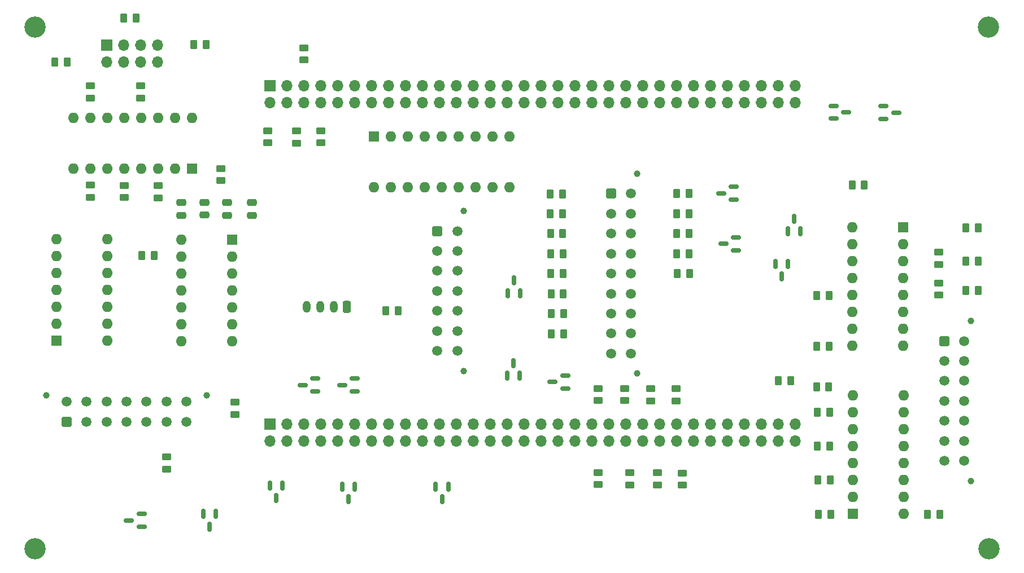
<source format=gbr>
%TF.GenerationSoftware,KiCad,Pcbnew,(6.0.9)*%
%TF.CreationDate,2022-12-05T20:20:54+01:00*%
%TF.ProjectId,projekt,70726f6a-656b-4742-9e6b-696361645f70,rev?*%
%TF.SameCoordinates,Original*%
%TF.FileFunction,Soldermask,Top*%
%TF.FilePolarity,Negative*%
%FSLAX46Y46*%
G04 Gerber Fmt 4.6, Leading zero omitted, Abs format (unit mm)*
G04 Created by KiCad (PCBNEW (6.0.9)) date 2022-12-05 20:20:54*
%MOMM*%
%LPD*%
G01*
G04 APERTURE LIST*
G04 Aperture macros list*
%AMRoundRect*
0 Rectangle with rounded corners*
0 $1 Rounding radius*
0 $2 $3 $4 $5 $6 $7 $8 $9 X,Y pos of 4 corners*
0 Add a 4 corners polygon primitive as box body*
4,1,4,$2,$3,$4,$5,$6,$7,$8,$9,$2,$3,0*
0 Add four circle primitives for the rounded corners*
1,1,$1+$1,$2,$3*
1,1,$1+$1,$4,$5*
1,1,$1+$1,$6,$7*
1,1,$1+$1,$8,$9*
0 Add four rect primitives between the rounded corners*
20,1,$1+$1,$2,$3,$4,$5,0*
20,1,$1+$1,$4,$5,$6,$7,0*
20,1,$1+$1,$6,$7,$8,$9,0*
20,1,$1+$1,$8,$9,$2,$3,0*%
G04 Aperture macros list end*
%ADD10RoundRect,0.250000X0.450000X-0.262500X0.450000X0.262500X-0.450000X0.262500X-0.450000X-0.262500X0*%
%ADD11RoundRect,0.250000X-0.262500X-0.450000X0.262500X-0.450000X0.262500X0.450000X-0.262500X0.450000X0*%
%ADD12RoundRect,0.250000X-0.450000X0.262500X-0.450000X-0.262500X0.450000X-0.262500X0.450000X0.262500X0*%
%ADD13RoundRect,0.150000X-0.587500X-0.150000X0.587500X-0.150000X0.587500X0.150000X-0.587500X0.150000X0*%
%ADD14RoundRect,0.150000X0.150000X-0.587500X0.150000X0.587500X-0.150000X0.587500X-0.150000X-0.587500X0*%
%ADD15RoundRect,0.250000X0.262500X0.450000X-0.262500X0.450000X-0.262500X-0.450000X0.262500X-0.450000X0*%
%ADD16C,3.200000*%
%ADD17RoundRect,0.150000X0.587500X0.150000X-0.587500X0.150000X-0.587500X-0.150000X0.587500X-0.150000X0*%
%ADD18RoundRect,0.150000X-0.150000X0.587500X-0.150000X-0.587500X0.150000X-0.587500X0.150000X0.587500X0*%
%ADD19R,1.700000X1.700000*%
%ADD20O,1.700000X1.700000*%
%ADD21RoundRect,0.250000X-0.475000X0.250000X-0.475000X-0.250000X0.475000X-0.250000X0.475000X0.250000X0*%
%ADD22RoundRect,0.250000X0.475000X-0.250000X0.475000X0.250000X-0.475000X0.250000X-0.475000X-0.250000X0*%
%ADD23R,1.600000X1.600000*%
%ADD24O,1.600000X1.600000*%
%ADD25RoundRect,0.250000X0.350000X0.650000X-0.350000X0.650000X-0.350000X-0.650000X0.350000X-0.650000X0*%
%ADD26O,1.200000X1.800000*%
%ADD27C,1.000000*%
%ADD28RoundRect,0.250001X-0.499999X0.499999X-0.499999X-0.499999X0.499999X-0.499999X0.499999X0.499999X0*%
%ADD29C,1.500000*%
%ADD30RoundRect,0.250001X-0.499999X-0.499999X0.499999X-0.499999X0.499999X0.499999X-0.499999X0.499999X0*%
G04 APERTURE END LIST*
D10*
%TO.C,R4*%
X111887000Y-79601700D03*
X111887000Y-77776700D03*
%TD*%
D11*
%TO.C,R15*%
X140794100Y-86410800D03*
X142619100Y-86410800D03*
%TD*%
%TO.C,R17*%
X100763700Y-48539400D03*
X102588700Y-48539400D03*
%TD*%
%TO.C,R23*%
X100941500Y-66522600D03*
X102766500Y-66522600D03*
%TD*%
D12*
%TO.C,R37*%
X31851600Y-47245900D03*
X31851600Y-49070900D03*
%TD*%
D11*
%TO.C,R14*%
X140895700Y-91541600D03*
X142720700Y-91541600D03*
%TD*%
%TO.C,R22*%
X100890700Y-63550800D03*
X102715700Y-63550800D03*
%TD*%
D12*
%TO.C,R28*%
X158978600Y-61952500D03*
X158978600Y-63777500D03*
%TD*%
D11*
%TO.C,R20*%
X100839900Y-57556400D03*
X102664900Y-57556400D03*
%TD*%
D12*
%TO.C,R45*%
X58394600Y-39092500D03*
X58394600Y-40917500D03*
%TD*%
D13*
%TO.C,D7*%
X150725900Y-35397400D03*
X150725900Y-37297400D03*
X152600900Y-36347400D03*
%TD*%
D12*
%TO.C,R35*%
X41986200Y-47347500D03*
X41986200Y-49172500D03*
%TD*%
%TO.C,R12*%
X31826200Y-32361500D03*
X31826200Y-34186500D03*
%TD*%
D14*
%TO.C,D10*%
X136387800Y-54201300D03*
X138287800Y-54201300D03*
X137337800Y-52326300D03*
%TD*%
D15*
%TO.C,R30*%
X159129100Y-96672400D03*
X157304100Y-96672400D03*
%TD*%
D12*
%TO.C,R7*%
X120573800Y-90451300D03*
X120573800Y-92276300D03*
%TD*%
D16*
%TO.C,REF1*%
X23545800Y-101828600D03*
%TD*%
D15*
%TO.C,R46*%
X142542900Y-63804800D03*
X140717900Y-63804800D03*
%TD*%
D17*
%TO.C,D11*%
X128597900Y-57007800D03*
X128597900Y-55107800D03*
X126722900Y-56057800D03*
%TD*%
D11*
%TO.C,R11*%
X140692500Y-77495400D03*
X142517500Y-77495400D03*
%TD*%
D18*
%TO.C,D12*%
X50632400Y-96623900D03*
X48732400Y-96623900D03*
X49682400Y-98498900D03*
%TD*%
D15*
%TO.C,R9*%
X164894900Y-63017400D03*
X163069900Y-63017400D03*
%TD*%
D11*
%TO.C,R18*%
X100763700Y-51536600D03*
X102588700Y-51536600D03*
%TD*%
D18*
%TO.C,D8*%
X136408200Y-59108100D03*
X134508200Y-59108100D03*
X135458200Y-60983100D03*
%TD*%
D12*
%TO.C,R5*%
X116840000Y-90425900D03*
X116840000Y-92250900D03*
%TD*%
D18*
%TO.C,D16*%
X85481200Y-92534500D03*
X83581200Y-92534500D03*
X84531200Y-94409500D03*
%TD*%
D11*
%TO.C,R13*%
X140971900Y-96647000D03*
X142796900Y-96647000D03*
%TD*%
D17*
%TO.C,D1*%
X102994700Y-77759600D03*
X102994700Y-75859600D03*
X101119700Y-76809600D03*
%TD*%
D11*
%TO.C,R44*%
X146026500Y-47193200D03*
X147851500Y-47193200D03*
%TD*%
D15*
%TO.C,R27*%
X164894900Y-58648600D03*
X163069900Y-58648600D03*
%TD*%
D11*
%TO.C,R53*%
X36831900Y-22199600D03*
X38656900Y-22199600D03*
%TD*%
D12*
%TO.C,R49*%
X43256200Y-88038300D03*
X43256200Y-89863300D03*
%TD*%
D10*
%TO.C,R29*%
X158978600Y-59154700D03*
X158978600Y-57329700D03*
%TD*%
D15*
%TO.C,R47*%
X142542900Y-71424800D03*
X140717900Y-71424800D03*
%TD*%
D19*
%TO.C,P2*%
X58716000Y-83150000D03*
D20*
X58716000Y-85690000D03*
X61256000Y-83150000D03*
X61256000Y-85690000D03*
X63796000Y-83150000D03*
X63796000Y-85690000D03*
X66336000Y-83150000D03*
X66336000Y-85690000D03*
X68876000Y-83150000D03*
X68876000Y-85690000D03*
X71416000Y-83150000D03*
X71416000Y-85690000D03*
X73956000Y-83150000D03*
X73956000Y-85690000D03*
X76496000Y-83150000D03*
X76496000Y-85690000D03*
X79036000Y-83150000D03*
X79036000Y-85690000D03*
X81576000Y-83150000D03*
X81576000Y-85690000D03*
X84116000Y-83150000D03*
X84116000Y-85690000D03*
X86656000Y-83150000D03*
X86656000Y-85690000D03*
X89196000Y-83150000D03*
X89196000Y-85690000D03*
X91736000Y-83150000D03*
X91736000Y-85690000D03*
X94276000Y-83150000D03*
X94276000Y-85690000D03*
X96816000Y-83150000D03*
X96816000Y-85690000D03*
X99356000Y-83150000D03*
X99356000Y-85690000D03*
X101896000Y-83150000D03*
X101896000Y-85690000D03*
X104436000Y-83150000D03*
X104436000Y-85690000D03*
X106976000Y-83150000D03*
X106976000Y-85690000D03*
X109516000Y-83150000D03*
X109516000Y-85690000D03*
X112056000Y-83150000D03*
X112056000Y-85690000D03*
X114596000Y-83150000D03*
X114596000Y-85690000D03*
X117136000Y-83150000D03*
X117136000Y-85690000D03*
X119676000Y-83150000D03*
X119676000Y-85690000D03*
X122216000Y-83150000D03*
X122216000Y-85690000D03*
X124756000Y-83150000D03*
X124756000Y-85690000D03*
X127296000Y-83150000D03*
X127296000Y-85690000D03*
X129836000Y-83150000D03*
X129836000Y-85690000D03*
X132376000Y-83150000D03*
X132376000Y-85690000D03*
X134916000Y-83150000D03*
X134916000Y-85690000D03*
X137456000Y-83150000D03*
X137456000Y-85690000D03*
%TD*%
D10*
%TO.C,R32*%
X63804800Y-28446100D03*
X63804800Y-26621100D03*
%TD*%
D12*
%TO.C,R33*%
X62738000Y-39117900D03*
X62738000Y-40942900D03*
%TD*%
D10*
%TO.C,R51*%
X39344600Y-34186500D03*
X39344600Y-32361500D03*
%TD*%
D21*
%TO.C,C4*%
X56032400Y-49875400D03*
X56032400Y-51775400D03*
%TD*%
D10*
%TO.C,R8*%
X119634000Y-79627100D03*
X119634000Y-77802100D03*
%TD*%
D14*
%TO.C,D3*%
X94350800Y-63446900D03*
X96250800Y-63446900D03*
X95300800Y-61571900D03*
%TD*%
D11*
%TO.C,R41*%
X119737500Y-54533800D03*
X121562500Y-54533800D03*
%TD*%
D22*
%TO.C,C1*%
X45466000Y-51775400D03*
X45466000Y-49875400D03*
%TD*%
D16*
%TO.C,REF4*%
X166510000Y-101810000D03*
%TD*%
D15*
%TO.C,R25*%
X41374700Y-57810400D03*
X39549700Y-57810400D03*
%TD*%
D11*
%TO.C,R24*%
X100941500Y-69545200D03*
X102766500Y-69545200D03*
%TD*%
D10*
%TO.C,R2*%
X107899200Y-79576300D03*
X107899200Y-77751300D03*
%TD*%
D12*
%TO.C,R34*%
X51409600Y-44756700D03*
X51409600Y-46581700D03*
%TD*%
D11*
%TO.C,R50*%
X47322100Y-26111200D03*
X49147100Y-26111200D03*
%TD*%
D21*
%TO.C,C2*%
X48895000Y-49850000D03*
X48895000Y-51750000D03*
%TD*%
D15*
%TO.C,R38*%
X77925300Y-66116200D03*
X76100300Y-66116200D03*
%TD*%
D12*
%TO.C,R1*%
X107950000Y-90400500D03*
X107950000Y-92225500D03*
%TD*%
%TO.C,R3*%
X112699800Y-90425900D03*
X112699800Y-92250900D03*
%TD*%
D11*
%TO.C,R21*%
X100865300Y-60528200D03*
X102690300Y-60528200D03*
%TD*%
D16*
%TO.C,REF2*%
X23530000Y-23500000D03*
%TD*%
D12*
%TO.C,R36*%
X36906200Y-47296700D03*
X36906200Y-49121700D03*
%TD*%
D10*
%TO.C,R6*%
X115798600Y-79627100D03*
X115798600Y-77802100D03*
%TD*%
D18*
%TO.C,D15*%
X60614600Y-92382100D03*
X58714600Y-92382100D03*
X59664600Y-94257100D03*
%TD*%
D11*
%TO.C,R16*%
X140794100Y-81381600D03*
X142619100Y-81381600D03*
%TD*%
D17*
%TO.C,D4*%
X71422500Y-78191400D03*
X71422500Y-76291400D03*
X69547500Y-77241400D03*
%TD*%
D14*
%TO.C,D2*%
X94274600Y-75842100D03*
X96174600Y-75842100D03*
X95224600Y-73967100D03*
%TD*%
D11*
%TO.C,R39*%
X119712100Y-48514000D03*
X121537100Y-48514000D03*
%TD*%
D12*
%TO.C,R48*%
X53467000Y-79834100D03*
X53467000Y-81659100D03*
%TD*%
D15*
%TO.C,R10*%
X136777100Y-76581000D03*
X134952100Y-76581000D03*
%TD*%
D11*
%TO.C,R19*%
X100789100Y-54533800D03*
X102614100Y-54533800D03*
%TD*%
%TO.C,R52*%
X26496000Y-28778200D03*
X28321000Y-28778200D03*
%TD*%
D19*
%TO.C,J2*%
X34300000Y-26269000D03*
D20*
X34300000Y-28809000D03*
X36840000Y-26269000D03*
X36840000Y-28809000D03*
X39380000Y-26269000D03*
X39380000Y-28809000D03*
X41920000Y-26269000D03*
X41920000Y-28809000D03*
%TD*%
D11*
%TO.C,R43*%
X119788300Y-60553600D03*
X121613300Y-60553600D03*
%TD*%
D15*
%TO.C,R26*%
X164894900Y-53644800D03*
X163069900Y-53644800D03*
%TD*%
D11*
%TO.C,R40*%
X119737500Y-51511200D03*
X121562500Y-51511200D03*
%TD*%
D18*
%TO.C,D14*%
X71460400Y-92483700D03*
X69560400Y-92483700D03*
X70510400Y-94358700D03*
%TD*%
D17*
%TO.C,D9*%
X128293100Y-49413200D03*
X128293100Y-47513200D03*
X126418100Y-48463200D03*
%TD*%
%TO.C,D13*%
X39494700Y-98511400D03*
X39494700Y-96611400D03*
X37619700Y-97561400D03*
%TD*%
D19*
%TO.C,P1*%
X58715000Y-32344000D03*
D20*
X58715000Y-34884000D03*
X61255000Y-32344000D03*
X61255000Y-34884000D03*
X63795000Y-32344000D03*
X63795000Y-34884000D03*
X66335000Y-32344000D03*
X66335000Y-34884000D03*
X68875000Y-32344000D03*
X68875000Y-34884000D03*
X71415000Y-32344000D03*
X71415000Y-34884000D03*
X73955000Y-32344000D03*
X73955000Y-34884000D03*
X76495000Y-32344000D03*
X76495000Y-34884000D03*
X79035000Y-32344000D03*
X79035000Y-34884000D03*
X81575000Y-32344000D03*
X81575000Y-34884000D03*
X84115000Y-32344000D03*
X84115000Y-34884000D03*
X86655000Y-32344000D03*
X86655000Y-34884000D03*
X89195000Y-32344000D03*
X89195000Y-34884000D03*
X91735000Y-32344000D03*
X91735000Y-34884000D03*
X94275000Y-32344000D03*
X94275000Y-34884000D03*
X96815000Y-32344000D03*
X96815000Y-34884000D03*
X99355000Y-32344000D03*
X99355000Y-34884000D03*
X101895000Y-32344000D03*
X101895000Y-34884000D03*
X104435000Y-32344000D03*
X104435000Y-34884000D03*
X106975000Y-32344000D03*
X106975000Y-34884000D03*
X109515000Y-32344000D03*
X109515000Y-34884000D03*
X112055000Y-32344000D03*
X112055000Y-34884000D03*
X114595000Y-32344000D03*
X114595000Y-34884000D03*
X117135000Y-32344000D03*
X117135000Y-34884000D03*
X119675000Y-32344000D03*
X119675000Y-34884000D03*
X122215000Y-32344000D03*
X122215000Y-34884000D03*
X124755000Y-32344000D03*
X124755000Y-34884000D03*
X127295000Y-32344000D03*
X127295000Y-34884000D03*
X129835000Y-32344000D03*
X129835000Y-34884000D03*
X132375000Y-32344000D03*
X132375000Y-34884000D03*
X134915000Y-32344000D03*
X134915000Y-34884000D03*
X137455000Y-32344000D03*
X137455000Y-34884000D03*
%TD*%
D17*
%TO.C,D5*%
X65555100Y-78191400D03*
X65555100Y-76291400D03*
X63680100Y-77241400D03*
%TD*%
D21*
%TO.C,C3*%
X52324000Y-49875400D03*
X52324000Y-51775400D03*
%TD*%
D13*
%TO.C,D6*%
X143232900Y-35372000D03*
X143232900Y-37272000D03*
X145107900Y-36322000D03*
%TD*%
D11*
%TO.C,R42*%
X119737500Y-57531000D03*
X121562500Y-57531000D03*
%TD*%
D12*
%TO.C,R31*%
X66344800Y-39067100D03*
X66344800Y-40892100D03*
%TD*%
D16*
%TO.C,REF3*%
X166440000Y-23530000D03*
%TD*%
D23*
%TO.C,U7*%
X74295000Y-39979600D03*
D24*
X76835000Y-39979600D03*
X79375000Y-39979600D03*
X81915000Y-39979600D03*
X84455000Y-39979600D03*
X86995000Y-39979600D03*
X89535000Y-39979600D03*
X92075000Y-39979600D03*
X94615000Y-39979600D03*
X94615000Y-47599600D03*
X92075000Y-47599600D03*
X89535000Y-47599600D03*
X86995000Y-47599600D03*
X84455000Y-47599600D03*
X81915000Y-47599600D03*
X79375000Y-47599600D03*
X76835000Y-47599600D03*
X74295000Y-47599600D03*
%TD*%
D23*
%TO.C,U1*%
X53101400Y-55417800D03*
D24*
X53101400Y-57957800D03*
X53101400Y-60497800D03*
X53101400Y-63037800D03*
X53101400Y-65577800D03*
X53101400Y-68117800D03*
X53101400Y-70657800D03*
X45481400Y-70657800D03*
X45481400Y-68117800D03*
X45481400Y-65577800D03*
X45481400Y-63037800D03*
X45481400Y-60497800D03*
X45481400Y-57957800D03*
X45481400Y-55417800D03*
%TD*%
D23*
%TO.C,U6*%
X146085400Y-96606600D03*
D24*
X146085400Y-94066600D03*
X146085400Y-91526600D03*
X146085400Y-88986600D03*
X146085400Y-86446600D03*
X146085400Y-83906600D03*
X146085400Y-81366600D03*
X146085400Y-78826600D03*
X153705400Y-78826600D03*
X153705400Y-81366600D03*
X153705400Y-83906600D03*
X153705400Y-86446600D03*
X153705400Y-88986600D03*
X153705400Y-91526600D03*
X153705400Y-94066600D03*
X153705400Y-96606600D03*
%TD*%
D25*
%TO.C,J6*%
X70281800Y-65481200D03*
D26*
X68281800Y-65481200D03*
X66281800Y-65481200D03*
X64281800Y-65481200D03*
%TD*%
D27*
%TO.C,J4*%
X113820000Y-45534000D03*
X113820000Y-75534000D03*
D28*
X109880000Y-48534000D03*
D29*
X109880000Y-51534000D03*
X109880000Y-54534000D03*
X109880000Y-57534000D03*
X109880000Y-60534000D03*
X109880000Y-63534000D03*
X109880000Y-66534000D03*
X109880000Y-69534000D03*
X109880000Y-72534000D03*
X112880000Y-48534000D03*
X112880000Y-51534000D03*
X112880000Y-54534000D03*
X112880000Y-57534000D03*
X112880000Y-60534000D03*
X112880000Y-63534000D03*
X112880000Y-66534000D03*
X112880000Y-69534000D03*
X112880000Y-72534000D03*
%TD*%
D27*
%TO.C,J5*%
X87780000Y-75134000D03*
X87780000Y-51134000D03*
D28*
X83840000Y-54134000D03*
D29*
X83840000Y-57134000D03*
X83840000Y-60134000D03*
X83840000Y-63134000D03*
X83840000Y-66134000D03*
X83840000Y-69134000D03*
X83840000Y-72134000D03*
X86840000Y-54134000D03*
X86840000Y-57134000D03*
X86840000Y-60134000D03*
X86840000Y-63134000D03*
X86840000Y-66134000D03*
X86840000Y-69134000D03*
X86840000Y-72134000D03*
%TD*%
D23*
%TO.C,U3*%
X153660000Y-53609000D03*
D24*
X153660000Y-56149000D03*
X153660000Y-58689000D03*
X153660000Y-61229000D03*
X153660000Y-63769000D03*
X153660000Y-66309000D03*
X153660000Y-68849000D03*
X153660000Y-71389000D03*
X146040000Y-71389000D03*
X146040000Y-68849000D03*
X146040000Y-66309000D03*
X146040000Y-63769000D03*
X146040000Y-61229000D03*
X146040000Y-58689000D03*
X146040000Y-56149000D03*
X146040000Y-53609000D03*
%TD*%
D27*
%TO.C,J7*%
X49244800Y-78838600D03*
X25244800Y-78838600D03*
D30*
X28244800Y-82778600D03*
D29*
X31244800Y-82778600D03*
X34244800Y-82778600D03*
X37244800Y-82778600D03*
X40244800Y-82778600D03*
X43244800Y-82778600D03*
X46244800Y-82778600D03*
X28244800Y-79778600D03*
X31244800Y-79778600D03*
X34244800Y-79778600D03*
X37244800Y-79778600D03*
X40244800Y-79778600D03*
X43244800Y-79778600D03*
X46244800Y-79778600D03*
%TD*%
D23*
%TO.C,U4*%
X47076600Y-44770200D03*
D24*
X44536600Y-44770200D03*
X41996600Y-44770200D03*
X39456600Y-44770200D03*
X36916600Y-44770200D03*
X34376600Y-44770200D03*
X31836600Y-44770200D03*
X29296600Y-44770200D03*
X29296600Y-37150200D03*
X31836600Y-37150200D03*
X34376600Y-37150200D03*
X36916600Y-37150200D03*
X39456600Y-37150200D03*
X41996600Y-37150200D03*
X44536600Y-37150200D03*
X47076600Y-37150200D03*
%TD*%
D27*
%TO.C,J1*%
X163780000Y-67646000D03*
X163780000Y-91646000D03*
D28*
X159840000Y-70646000D03*
D29*
X159840000Y-73646000D03*
X159840000Y-76646000D03*
X159840000Y-79646000D03*
X159840000Y-82646000D03*
X159840000Y-85646000D03*
X159840000Y-88646000D03*
X162840000Y-70646000D03*
X162840000Y-73646000D03*
X162840000Y-76646000D03*
X162840000Y-79646000D03*
X162840000Y-82646000D03*
X162840000Y-85646000D03*
X162840000Y-88646000D03*
%TD*%
D23*
%TO.C,U5*%
X26705400Y-70591600D03*
D24*
X26705400Y-68051600D03*
X26705400Y-65511600D03*
X26705400Y-62971600D03*
X26705400Y-60431600D03*
X26705400Y-57891600D03*
X26705400Y-55351600D03*
X34325400Y-55351600D03*
X34325400Y-57891600D03*
X34325400Y-60431600D03*
X34325400Y-62971600D03*
X34325400Y-65511600D03*
X34325400Y-68051600D03*
X34325400Y-70591600D03*
%TD*%
M02*

</source>
